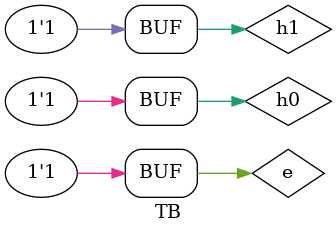
<source format=v>
module decoder(u0,u1,u2,u3,e,h0,h1);
input  e,h0,h1;
output u0,u1,u2,u3;
assign u3 = (e & h1 & h0);
assign u0 = (e & ~h1 & ~h0);
assign u2 = (e & h1 & ~h0);
assign u1 = (e & !h1 &h0);
endmodule

module TB();
reg e,h0,h1;
wire u0,u1,u2,u3;

decoder d1(u0,u1,u2,u3,e,h0,h1);

initial
begin
	e=0;h0=1;h1=0;
	#100;
	e=1;h0=0;h1=0;//u0=1;
	#100;
	e=1;h0=1;h1=0;//u1=1;
	#100;
	e=1;h0=1;h1=1;//u3=1;
end
endmodule

</source>
